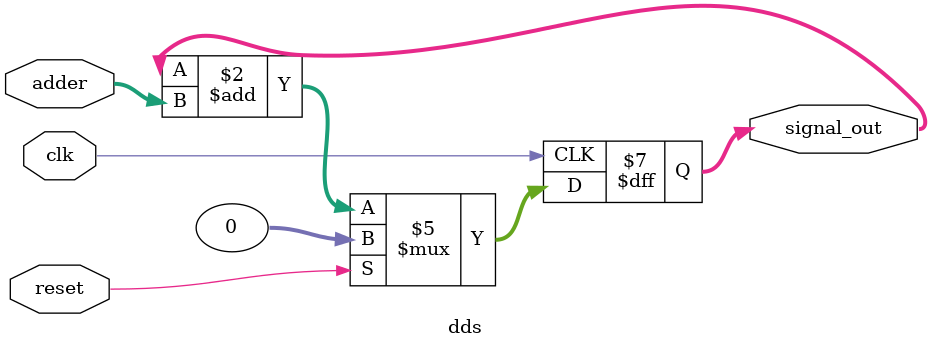
<source format=v>
module dds(clk, reset, adder, signal_out);
parameter WIDTH = 32;

input wire clk, reset;
input [(WIDTH - 1):0] adder;

output reg [(WIDTH - 1):0] signal_out;

initial 
begin
	signal_out <= 0;
end

always @(posedge clk) begin
	if (reset)
		signal_out <= 0;
	else
		signal_out <= signal_out + adder;
end

endmodule

</source>
